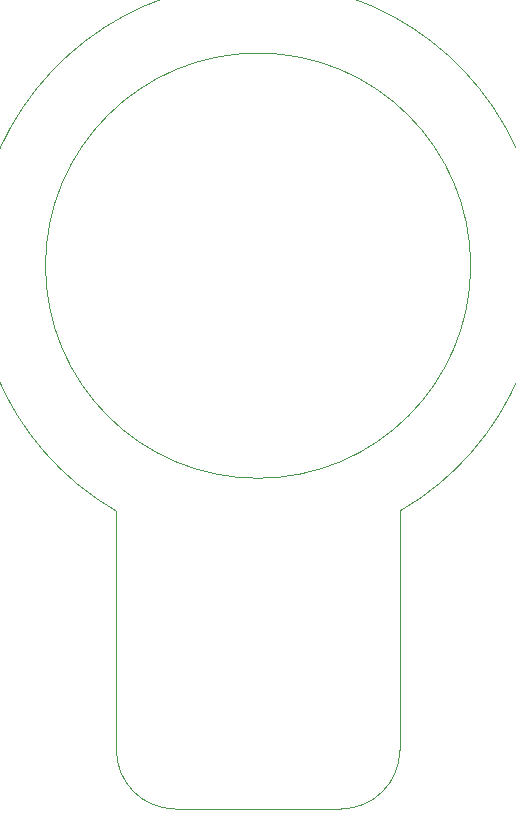
<source format=gbr>
%TF.GenerationSoftware,KiCad,Pcbnew,(5.1.10-1-10_14)*%
%TF.CreationDate,2021-10-15T15:25:17+08:00*%
%TF.ProjectId,led-ring,6c65642d-7269-46e6-972e-6b696361645f,rev?*%
%TF.SameCoordinates,Original*%
%TF.FileFunction,Profile,NP*%
%FSLAX46Y46*%
G04 Gerber Fmt 4.6, Leading zero omitted, Abs format (unit mm)*
G04 Created by KiCad (PCBNEW (5.1.10-1-10_14)) date 2021-10-15 15:25:17*
%MOMM*%
%LPD*%
G01*
G04 APERTURE LIST*
%TA.AperFunction,Profile*%
%ADD10C,0.050000*%
%TD*%
G04 APERTURE END LIST*
D10*
X12000000Y-41000000D02*
G75*
G02*
X7000000Y-46000000I-5000000J0D01*
G01*
X-7000000Y-46000000D02*
G75*
G02*
X-12000000Y-41000000I0J5000000D01*
G01*
X18000000Y0D02*
G75*
G03*
X18000000Y0I-18000000J0D01*
G01*
X-7000000Y-46000000D02*
X7000000Y-46000000D01*
X12000000Y-20784610D02*
X12000000Y-41000000D01*
X-12000000Y-20784610D02*
X-12000000Y-41000000D01*
X12000000Y-20784610D02*
G75*
G03*
X-12000000Y-20784610I-12000000J20784610D01*
G01*
M02*

</source>
